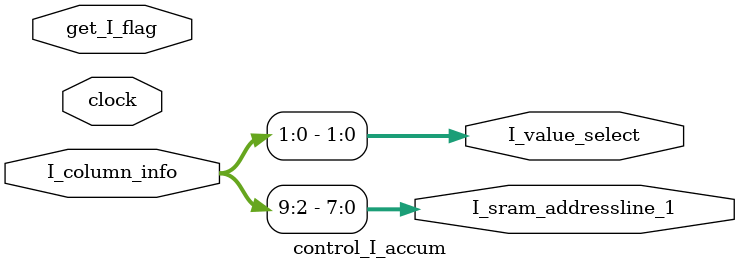
<source format=v>
module control_I_accum(clock,get_I_flag,I_column_info,I_sram_addressline_1,I_value_select);
input clock;
input get_I_flag;
input [9:0] I_column_info; //connect row_count in accum_control to this
output  [7:0] I_sram_addressline_1;
output  [1:0] I_value_select;
//reg [9:0] I_column_info_reg;


assign I_sram_addressline_1=I_column_info[9:2];
assign I_value_select=I_column_info[1:0];

/*
always@(posedge clock)
begin
if(get_I_flag)
begin
I_column_info_reg<=I_column_info;
I_sram_addressline_1<=I_column_info_reg[9:2];
I_value_select<=I_column_info_reg[1:0];
end
end
*/
endmodule


</source>
